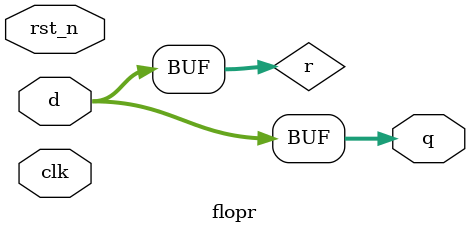
<source format=v>

module flopr#(parameter WIDTH = 8)(
  input clk,
  input[WIDTH-1:0] d,
  input rst_n,
  output[WIDTH-1:0]  q
  );
  reg[WIDTH-1:0] r;
  initial begin
    r=0;
  end
  always @(d) 
  begin 
      r = d; 
  end
assign q=r;
endmodule

</source>
